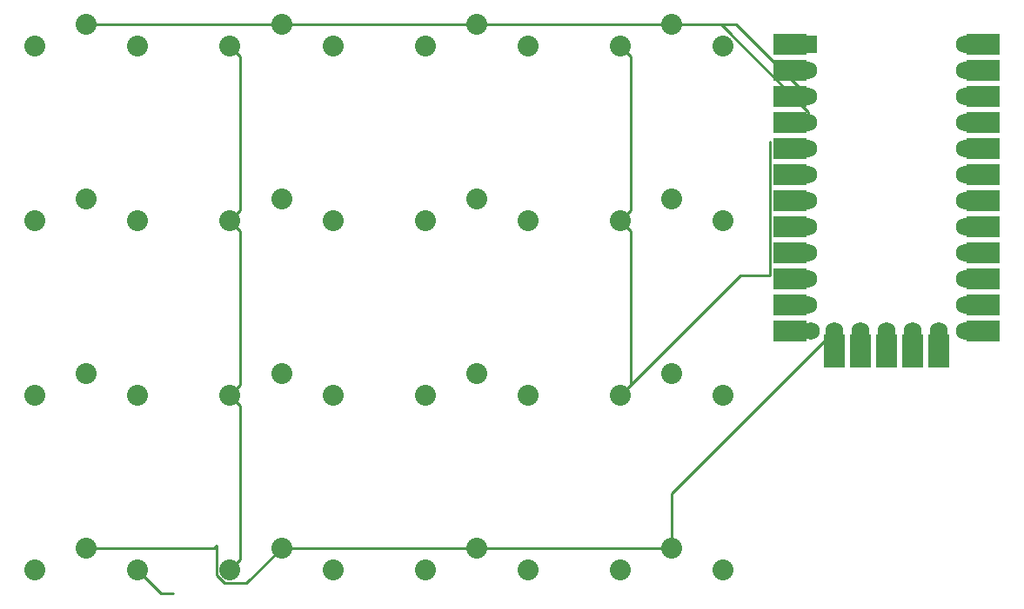
<source format=gbr>
%TF.GenerationSoftware,KiCad,Pcbnew,8.0.1*%
%TF.CreationDate,2024-03-21T22:06:00-04:00*%
%TF.ProjectId,handlebar,68616e64-6c65-4626-9172-2e6b69636164,0.0.1*%
%TF.SameCoordinates,Original*%
%TF.FileFunction,Copper,L1,Top*%
%TF.FilePolarity,Positive*%
%FSLAX46Y46*%
G04 Gerber Fmt 4.6, Leading zero omitted, Abs format (unit mm)*
G04 Created by KiCad (PCBNEW 8.0.1) date 2024-03-21 22:06:00*
%MOMM*%
%LPD*%
G01*
G04 APERTURE LIST*
%TA.AperFunction,ComponentPad*%
%ADD10C,2.032000*%
%TD*%
%TA.AperFunction,ComponentPad*%
%ADD11R,1.752600X1.752600*%
%TD*%
%TA.AperFunction,ComponentPad*%
%ADD12C,1.752600*%
%TD*%
%TA.AperFunction,SMDPad,CuDef*%
%ADD13R,3.250000X2.000000*%
%TD*%
%TA.AperFunction,SMDPad,CuDef*%
%ADD14R,2.000000X3.250000*%
%TD*%
%TA.AperFunction,Conductor*%
%ADD15C,0.250000*%
%TD*%
G04 APERTURE END LIST*
D10*
%TO.P,S1,1*%
%TO.N,B1*%
X5000000Y3800000D03*
%TO.P,S1,2*%
%TO.N,N/C*%
X0Y5900000D03*
%TO.P,S1,1*%
%TO.N,B1*%
X-5000000Y3800000D03*
%TO.P,S1,2*%
%TO.N,N/C*%
X0Y5900000D03*
%TD*%
%TO.P,S2,1*%
%TO.N,B1*%
X5000000Y20800000D03*
%TO.P,S2,2*%
%TO.N,N/C*%
X0Y22900000D03*
%TO.P,S2,1*%
%TO.N,B1*%
X-5000000Y20800000D03*
%TO.P,S2,2*%
%TO.N,N/C*%
X0Y22900000D03*
%TD*%
%TO.P,S3,1*%
%TO.N,B1*%
X5000000Y37800000D03*
%TO.P,S3,2*%
%TO.N,N/C*%
X0Y39900000D03*
%TO.P,S3,1*%
%TO.N,B1*%
X-5000000Y37800000D03*
%TO.P,S3,2*%
%TO.N,N/C*%
X0Y39900000D03*
%TD*%
%TO.P,S4,2*%
%TO.N,N/C*%
X0Y56900000D03*
%TO.P,S4,1*%
%TO.N,B1*%
X-5000000Y54800000D03*
%TO.P,S4,2*%
%TO.N,N/C*%
X0Y56900000D03*
%TO.P,S4,1*%
%TO.N,B1*%
X5000000Y54800000D03*
%TD*%
%TO.P,S5,1*%
%TO.N,B2*%
X24000000Y3800000D03*
%TO.P,S5,2*%
%TO.N,N/C*%
X19000000Y5900000D03*
%TO.P,S5,1*%
%TO.N,B2*%
X14000000Y3800000D03*
%TO.P,S5,2*%
%TO.N,N/C*%
X19000000Y5900000D03*
%TD*%
%TO.P,S6,1*%
%TO.N,B2*%
X24000000Y20800000D03*
%TO.P,S6,2*%
%TO.N,N/C*%
X19000000Y22900000D03*
%TO.P,S6,1*%
%TO.N,B2*%
X14000000Y20800000D03*
%TO.P,S6,2*%
%TO.N,N/C*%
X19000000Y22900000D03*
%TD*%
%TO.P,S7,1*%
%TO.N,B2*%
X24000000Y37800000D03*
%TO.P,S7,2*%
%TO.N,N/C*%
X19000000Y39900000D03*
%TO.P,S7,1*%
%TO.N,B2*%
X14000000Y37800000D03*
%TO.P,S7,2*%
%TO.N,N/C*%
X19000000Y39900000D03*
%TD*%
%TO.P,S8,1*%
%TO.N,B2*%
X24000000Y54800000D03*
%TO.P,S8,2*%
%TO.N,N/C*%
X19000000Y56900000D03*
%TO.P,S8,1*%
%TO.N,B2*%
X14000000Y54800000D03*
%TO.P,S8,2*%
%TO.N,N/C*%
X19000000Y56900000D03*
%TD*%
%TO.P,S9,1*%
%TO.N,B3*%
X43000000Y3800000D03*
%TO.P,S9,2*%
%TO.N,N/C*%
X38000000Y5900000D03*
%TO.P,S9,1*%
%TO.N,B3*%
X33000000Y3800000D03*
%TO.P,S9,2*%
%TO.N,N/C*%
X38000000Y5900000D03*
%TD*%
%TO.P,S10,1*%
%TO.N,B3*%
X43000000Y20800000D03*
%TO.P,S10,2*%
%TO.N,N/C*%
X38000000Y22900000D03*
%TO.P,S10,1*%
%TO.N,B3*%
X33000000Y20800000D03*
%TO.P,S10,2*%
%TO.N,N/C*%
X38000000Y22900000D03*
%TD*%
%TO.P,S11,1*%
%TO.N,B3*%
X43000000Y37800000D03*
%TO.P,S11,2*%
%TO.N,N/C*%
X38000000Y39900000D03*
%TO.P,S11,1*%
%TO.N,B3*%
X33000000Y37800000D03*
%TO.P,S11,2*%
%TO.N,N/C*%
X38000000Y39900000D03*
%TD*%
%TO.P,S12,1*%
%TO.N,B3*%
X43000000Y54800000D03*
%TO.P,S12,2*%
%TO.N,N/C*%
X38000000Y56900000D03*
%TO.P,S12,1*%
%TO.N,B3*%
X33000000Y54800000D03*
%TO.P,S12,2*%
%TO.N,N/C*%
X38000000Y56900000D03*
%TD*%
%TO.P,S13,1*%
%TO.N,B4*%
X62000000Y3800000D03*
%TO.P,S13,2*%
%TO.N,N/C*%
X57000000Y5900000D03*
%TO.P,S13,1*%
%TO.N,B4*%
X52000000Y3800000D03*
%TO.P,S13,2*%
%TO.N,N/C*%
X57000000Y5900000D03*
%TD*%
%TO.P,S14,1*%
%TO.N,B4*%
X62000000Y20800000D03*
%TO.P,S14,2*%
%TO.N,N/C*%
X57000000Y22900000D03*
%TO.P,S14,1*%
%TO.N,B4*%
X52000000Y20800000D03*
%TO.P,S14,2*%
%TO.N,N/C*%
X57000000Y22900000D03*
%TD*%
%TO.P,S15,1*%
%TO.N,B4*%
X62000000Y37800000D03*
%TO.P,S15,2*%
%TO.N,N/C*%
X57000000Y39900000D03*
%TO.P,S15,1*%
%TO.N,B4*%
X52000000Y37800000D03*
%TO.P,S15,2*%
%TO.N,N/C*%
X57000000Y39900000D03*
%TD*%
%TO.P,S16,1*%
%TO.N,B4*%
X62000000Y54800000D03*
%TO.P,S16,2*%
%TO.N,N/C*%
X57000000Y56900000D03*
%TO.P,S16,1*%
%TO.N,B4*%
X52000000Y54800000D03*
%TO.P,S16,2*%
%TO.N,N/C*%
X57000000Y56900000D03*
%TD*%
D11*
%TO.P,MCU1,1*%
%TO.N,N/C*%
X70270000Y54960000D03*
D12*
%TO.P,MCU1,2*%
X70270000Y52420000D03*
%TO.P,MCU1,3*%
X70270000Y49880000D03*
%TO.P,MCU1,4*%
X70270000Y47340000D03*
%TO.P,MCU1,5*%
X70270000Y44800000D03*
%TO.P,MCU1,6*%
X70270000Y42260000D03*
%TO.P,MCU1,7*%
X70270000Y39720000D03*
%TO.P,MCU1,8*%
X70270000Y37180000D03*
%TO.P,MCU1,9*%
X70270000Y34640000D03*
%TO.P,MCU1,10*%
X70270000Y32100000D03*
%TO.P,MCU1,11*%
X70270000Y29560000D03*
%TO.P,MCU1,12*%
X70498600Y27020000D03*
%TO.P,MCU1,25*%
X72810000Y27020000D03*
%TO.P,MCU1,26*%
X75350000Y27020000D03*
%TO.P,MCU1,27*%
X77890000Y27020000D03*
%TO.P,MCU1,28*%
X80430000Y27020000D03*
%TO.P,MCU1,29*%
X82970000Y27020000D03*
%TO.P,MCU1,13*%
X85510000Y27020000D03*
%TO.P,MCU1,14*%
X85510000Y29560000D03*
%TO.P,MCU1,15*%
X85510000Y32100000D03*
%TO.P,MCU1,16*%
X85510000Y34640000D03*
%TO.P,MCU1,17*%
X85510000Y37180000D03*
%TO.P,MCU1,18*%
X85510000Y39720000D03*
%TO.P,MCU1,19*%
X85510000Y42260000D03*
%TO.P,MCU1,20*%
X85510000Y44800000D03*
%TO.P,MCU1,21*%
X85510000Y47340000D03*
%TO.P,MCU1,22*%
X85510000Y49880000D03*
%TO.P,MCU1,23*%
X85510000Y52420000D03*
%TO.P,MCU1,24*%
X85510000Y54960000D03*
D13*
%TO.P,MCU1,1*%
X68492000Y54960000D03*
%TO.P,MCU1,2*%
X68492000Y52420000D03*
%TO.P,MCU1,3*%
X68492000Y49880000D03*
%TO.P,MCU1,4*%
X68492000Y47340000D03*
%TO.P,MCU1,5*%
X68492000Y44800000D03*
%TO.P,MCU1,6*%
X68492000Y42260000D03*
%TO.P,MCU1,7*%
X68492000Y39720000D03*
%TO.P,MCU1,8*%
X68492000Y37180000D03*
%TO.P,MCU1,9*%
X68492000Y34640000D03*
%TO.P,MCU1,10*%
X68492000Y32100000D03*
%TO.P,MCU1,11*%
X68492000Y29560000D03*
%TO.P,MCU1,12*%
X68492000Y27020000D03*
D14*
%TO.P,MCU1,25*%
X72810000Y25115000D03*
%TO.P,MCU1,26*%
X75350000Y25115000D03*
%TO.P,MCU1,27*%
X77890000Y25115000D03*
%TO.P,MCU1,28*%
X80430000Y25115000D03*
%TO.P,MCU1,29*%
X82970000Y25115000D03*
D13*
%TO.P,MCU1,13*%
X87288000Y27020000D03*
%TO.P,MCU1,14*%
X87288000Y29560000D03*
%TO.P,MCU1,15*%
X87288000Y32100000D03*
%TO.P,MCU1,16*%
X87288000Y34640000D03*
%TO.P,MCU1,17*%
X87288000Y37180000D03*
%TO.P,MCU1,18*%
X87288000Y39720000D03*
%TO.P,MCU1,19*%
X87288000Y42260000D03*
%TO.P,MCU1,20*%
X87288000Y44800000D03*
%TO.P,MCU1,21*%
X87288000Y47340000D03*
%TO.P,MCU1,22*%
X87288000Y49880000D03*
%TO.P,MCU1,23*%
X87288000Y52420000D03*
%TO.P,MCU1,24*%
X87288000Y54960000D03*
%TD*%
D15*
%TO.N,*%
X70270000Y48426461D02*
X70270000Y47340000D01*
X61796461Y56900000D02*
X70270000Y48426461D01*
X0Y56900000D02*
X61796461Y56900000D01*
%TO.N,B4*%
X66542000Y32500000D02*
X66542000Y45500000D01*
X63700000Y32500000D02*
X66542000Y32500000D01*
X52000000Y20800000D02*
X63700000Y32500000D01*
%TO.N,*%
X63250000Y56900000D02*
X70270000Y49880000D01*
X57000000Y56900000D02*
X63250000Y56900000D01*
%TO.N,B4*%
X53015999Y21815999D02*
X52000000Y20800000D01*
X53015999Y36784001D02*
X53015999Y21815999D01*
X52000000Y37800000D02*
X53015999Y36784001D01*
X53015999Y38815999D02*
X52000000Y37800000D01*
X53015999Y53784001D02*
X53015999Y38815999D01*
X52000000Y54800000D02*
X53015999Y53784001D01*
%TO.N,*%
X57000000Y11210000D02*
X72810000Y27020000D01*
X57000000Y5900000D02*
X57000000Y11210000D01*
X38000000Y5900000D02*
X57000000Y5900000D01*
X19000000Y5900000D02*
X38000000Y5900000D01*
X15559000Y2459000D02*
X19000000Y5900000D01*
X13444539Y2459000D02*
X15559000Y2459000D01*
X12659000Y3244539D02*
X13444539Y2459000D01*
X12659000Y6143001D02*
X12659000Y3244539D01*
X12415999Y5900000D02*
X12659000Y6143001D01*
X0Y5900000D02*
X12415999Y5900000D01*
%TO.N,B1*%
X7300000Y1500000D02*
X8500000Y1500000D01*
X5000000Y3800000D02*
X7300000Y1500000D01*
%TO.N,B2*%
X15015999Y4815999D02*
X14000000Y3800000D01*
X15015999Y19784001D02*
X15015999Y4815999D01*
X14000000Y20800000D02*
X15015999Y19784001D01*
X15015999Y21815999D02*
X14000000Y20800000D01*
X14000000Y37800000D02*
X15015999Y36784001D01*
X15015999Y36784001D02*
X15015999Y21815999D01*
X15015999Y53784001D02*
X15015999Y38815999D01*
X14000000Y54800000D02*
X15015999Y53784001D01*
X15015999Y38815999D02*
X14000000Y37800000D01*
%TD*%
M02*

</source>
